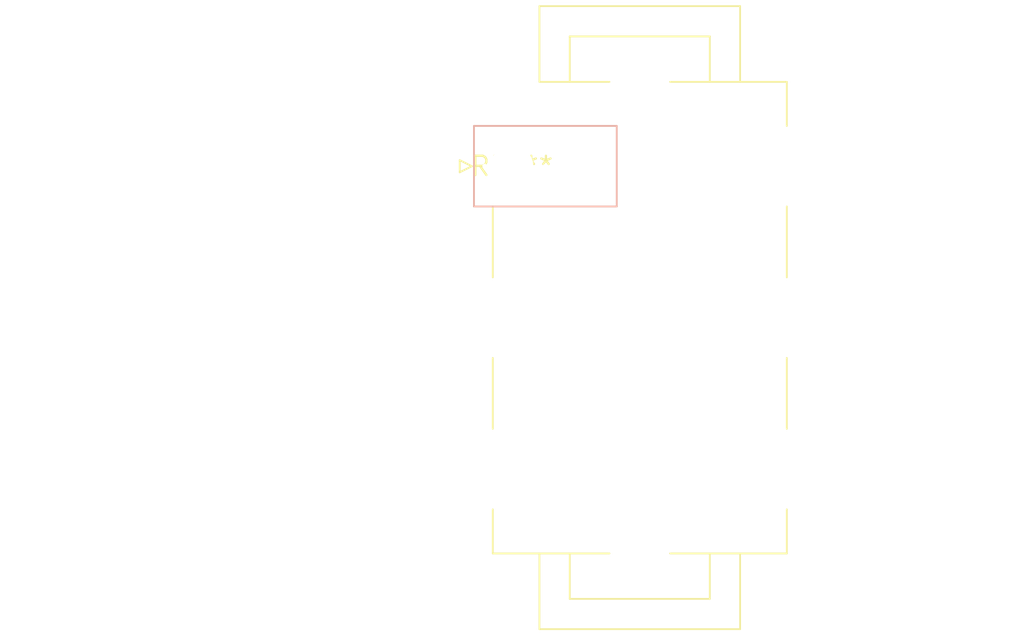
<source format=kicad_pcb>
(kicad_pcb (version 20240108) (generator pcbnew)
  (layers (0 "F.Cu" signal) (31 "B.Cu" signal) (34 "B.Paste" user) (35 "F.Paste" user) (36 "B.SilkS" user "B.Silkscreen") (37 "F.SilkS" user "F.Silkscreen") (38 "B.Mask" user) (39 "F.Mask" user) (44 "Edge.Cuts" user))
  (net 0 "")
  (footprint "Molex_Mini-Fit_Sr_43915-xx06_2x03_P10.00mm_Vertical_ThermalVias" (layer "F.Cu") (at 0 0)
    (property "Reference" "REF**")
    (property "Value" "Molex_Mini-Fit_Sr_43915-xx06_2x03_P10.00mm_Vertical_ThermalVias")
    (fp_line (start -2.51 -2.66) (end -2.51 2.66) (layer "B.SilkS") (stroke (width 0.12)))
    (fp_line (start -2.51 2.66) (end 6.91 2.66) (layer "B.SilkS") (stroke (width 0.12)))
    (fp_line (start 6.91 -2.66) (end -2.51 -2.66) (layer "B.SilkS") (stroke (width 0.12)))
    (fp_line (start 6.91 2.66) (end 6.91 -2.66) (layer "B.SilkS") (stroke (width 0.12)))
    (fp_line (start -3.45 -0.4) (end -3.45 0.4) (layer "F.SilkS") (stroke (width 0.12)))
    (fp_line (start -3.45 0.4) (end -2.65 0) (layer "F.SilkS") (stroke (width 0.12)))
    (fp_line (start -2.65 0) (end -3.45 -0.4) (layer "F.SilkS") (stroke (width 0.12)))
    (fp_line (start -1.27 2.66) (end -1.27 7.34) (layer "F.SilkS") (stroke (width 0.12)))
    (fp_line (start -1.27 12.66) (end -1.27 17.34) (layer "F.SilkS") (stroke (width 0.12)))
    (fp_line (start -1.27 22.66) (end -1.27 25.57) (layer "F.SilkS") (stroke (width 0.12)))
    (fp_line (start -1.27 25.57) (end 6.43 25.57) (layer "F.SilkS") (stroke (width 0.12)))
    (fp_line (start 1.81 -10.57) (end 15.05 -10.57) (layer "F.SilkS") (stroke (width 0.12)))
    (fp_line (start 1.81 -5.57) (end 1.81 -10.57) (layer "F.SilkS") (stroke (width 0.12)))
    (fp_line (start 1.81 25.57) (end 1.81 30.57) (layer "F.SilkS") (stroke (width 0.12)))
    (fp_line (start 1.81 30.57) (end 15.05 30.57) (layer "F.SilkS") (stroke (width 0.12)))
    (fp_line (start 3.81 -8.57) (end 13.05 -8.57) (layer "F.SilkS") (stroke (width 0.12)))
    (fp_line (start 3.81 -5.57) (end 3.81 -8.57) (layer "F.SilkS") (stroke (width 0.12)))
    (fp_line (start 3.81 25.57) (end 3.81 28.57) (layer "F.SilkS") (stroke (width 0.12)))
    (fp_line (start 3.81 28.57) (end 13.05 28.57) (layer "F.SilkS") (stroke (width 0.12)))
    (fp_line (start 6.43 -5.57) (end 1.81 -5.57) (layer "F.SilkS") (stroke (width 0.12)))
    (fp_line (start 13.05 -8.57) (end 13.05 -5.57) (layer "F.SilkS") (stroke (width 0.12)))
    (fp_line (start 13.05 28.57) (end 13.05 25.57) (layer "F.SilkS") (stroke (width 0.12)))
    (fp_line (start 15.05 -10.57) (end 15.05 -5.57) (layer "F.SilkS") (stroke (width 0.12)))
    (fp_line (start 15.05 30.57) (end 15.05 25.57) (layer "F.SilkS") (stroke (width 0.12)))
    (fp_line (start 18.13 -5.57) (end 10.43 -5.57) (layer "F.SilkS") (stroke (width 0.12)))
    (fp_line (start 18.13 -2.66) (end 18.13 -5.57) (layer "F.SilkS") (stroke (width 0.12)))
    (fp_line (start 18.13 2.66) (end 18.13 7.34) (layer "F.SilkS") (stroke (width 0.12)))
    (fp_line (start 18.13 12.66) (end 18.13 17.34) (layer "F.SilkS") (stroke (width 0.12)))
    (fp_line (start 18.13 22.66) (end 18.13 25.57) (layer "F.SilkS") (stroke (width 0.12)))
    (fp_line (start 18.13 25.57) (end 10.43 25.57) (layer "F.SilkS") (stroke (width 0.12)))
    (pad "" thru_hole circle (at 8.43 -5.705) (size 3.5 3.5) (drill 3) (layers *.Cu *.Mask) (remove_unused_layers))
    (pad "" np_thru_hole circle (at 8.43 5) (size 3 3) (drill 3) (layers *.Cu *.Mask))
    (pad "" thru_hole circle (at 8.43 25.705) (size 3.5 3.5) (drill 3) (layers *.Cu *.Mask) (remove_unused_layers))
    (pad "1" thru_hole roundrect (at -1.8 -1.95) (size 0.6 0.6) (drill 0.3) (layers *.Cu *.Mask) (remove_unused_layers))
    (pad "1" thru_hole roundrect (at -1.8 0) (size 0.6 0.6) (drill 0.3) (layers *.Cu *.Mask) (remove_unused_layers))
    (pad "1" thru_hole roundrect (at -1.8 1.95) (size 0.6 0.6) (drill 0.3) (layers *.Cu *.Mask) (remove_unused_layers))
    (pad "1" thru_hole rect (at 0 0) (size 4.5 4.8) (drill 2.8) (layers *.Cu *.Mask) (remove_unused_layers))
    (pad "1" thru_hole roundrect (at 0.2 -1.95) (size 0.6 0.6) (drill 0.3) (layers *.Cu *.Mask) (remove_unused_layers))
    (pad "1" thru_hole roundrect (at 0.2 1.95) (size 0.6 0.6) (drill 0.3) (layers *.Cu *.Mask) (remove_unused_layers))
    (pad "1" thru_hole roundrect (at 2.2 -1.95) (size 0.6 0.6) (drill 0.3) (layers *.Cu *.Mask) (remove_unused_layers))
    (pad "1" thru_hole roundrect (at 2.2 0) (size 0.6 0.6) (drill 0.3) (layers *.Cu *.Mask) (remove_unused_layers))
    (pad "1" thru_hole roundrect (at 2.2 1.95) (size 0.6 0.6) (drill 0.3) (layers *.Cu *.Mask) (remove_unused_layers))
    (pad "1" thru_hole roundrect (at 4.2 -1.95) (size 0.6 0.6) (drill 0.3) (layers *.Cu *.Mask) (remove_unused_layers))
    (pad "1" thru_hole roundrect (at 4.2 1.95) (size 0.6 0.6) (drill 0.3) (layers *.Cu *.Mask) (remove_unused_layers))
    (pad "1" thru_hole rect (at 4.4 0) (size 4.5 4.8) (drill 2.8) (layers *.Cu *.Mask) (remove_unused_layers))
    (pad "1" thru_hole roundrect (at 6.2 -1.95) (size 0.6 0.6) (drill 0.3) (layers *.Cu *.Mask) (remove_unused_layers))
    (pad "1" thru_hole roundrect (at 6.2 0) (size 0.6 0.6) (drill 0.3) (layers *.Cu *.Mask) (remove_unused_layers))
    (pad "1" thru_hole roundrect (at 6.2 1.95) (size 0.6 0.6) (drill 0.3) (layers *.Cu *.Mask) (remove_unused_layers))
    (pad "2" thru_hole circle (at -1.8 8.05) (size 0.6 0.6) (drill 0.3) (layers *.Cu *.Mask) (remove_unused_layers))
    (pad "2" thru_hole circle (at -1.8 10) (size 0.6 0.6) (drill 0.3) (layers *.Cu *.Mask) (remove_unused_layers))
    (pad "2" thru_hole circle (at -1.8 11.95) (size 0.6 0.6) (drill 0.3) (layers *.Cu *.Mask) (remove_unused_layers))
    (pad "2" thru_hole rect (at 0 10) (size 4.5 4.8) (drill 2.8) (layers *.Cu *.Mask) (remove_unused_layers))
    (pad "2" thru_hole circle (at 0.2 8.05) (size 0.6 0.6) (drill 0.3) (layers *.Cu *.Mask) (remove_unused_layers))
    (pad "2" thru_hole circle (at 0.2 11.95) (size 0.6 0.6) (drill 0.3) (layers *.Cu *.Mask) (remove_unused_layers))
    (pad "2" thru_hole circle (at 2.2 8.05) (size 0.6 0.6) (drill 0.3) (layers *.Cu *.Mask) (remove_unused_layers))
    (pad "2" thru_hole circle (at 2.2 10) (size 0.6 0.6) (drill 0.3) (layers *.Cu *.Mask) (remove_unused_layers))
    (pad "2" thru_hole circle (at 2.2 11.95) (size 0.6 0.6) (drill 0.3) (layers *.Cu *.Mask) (remove_unused_layers))
    (pad "2" thru_hole circle (at 4.2 8.05) (size 0.6 0.6) (drill 0.3) (layers *.Cu *.Mask) (remove_unused_layers))
    (pad "2" thru_hole circle (at 4.2 11.95) (size 0.6 0.6) (drill 0.3) (layers *.Cu *.Mask) (remove_unused_layers))
    (pad "2" thru_hole rect (at 4.4 10) (size 4.5 4.8) (drill 2.8) (layers *.Cu *.Mask) (remove_unused_layers))
    (pad "2" thru_hole circle (at 6.2 8.05) (size 0.6 0.6) (drill 0.3) (layers *.Cu *.Mask) (remove_unused_layers))
    (pad "2" thru_hole circle (at 6.2 10) (size 0.6 0.6) (drill 0.3) (layers *.Cu *.Mask) (remove_unused_layers))
    (pad "2" thru_hole circle (at 6.2 11.95) (size 0.6 0.6) (drill 0.3) (layers *.Cu *.Mask) (remove_unused_layers))
    (pad "3" thru_hole circle (at -1.8 18.05) (size 0.6 0.6) (drill 0.3) (layers *.Cu *.Mask) (remove_unused_layers))
    (pad "3" thru_hole circle (at -1.8 20) (size 0.6 0.6) (drill 0.3) (layers *.Cu *.Mask) (remove_unused_layers))
    (pad "3" thru_hole circle (at -1.8 21.95) (size 0.6 0.6) (drill 0.3) (layers *.Cu *.Mask) (remove_unused_layers))
    (pad "3" thru_hole rect (at 0 20) (size 4.5 4.8) (drill 2.8) (layers *.Cu *.Mask) (remove_unused_layers))
    (pad "3" thru_hole circle (at 0.2 18.05) (size 0.6 0.6) (drill 0.3) (layers *.Cu *.Mask) (remove_unused_layers))
    (pad "3" thru_hole circle (at 0.2 21.95) (size 0.6 0.6) (drill 0.3) (layers *.Cu *.Mask) (remove_unused_layers))
    (pad "3" thru_hole circle (at 2.2 18.05) (size 0.6 0.6) (drill 0.3) (layers *.Cu *.Mask) (remove_unused_layers))
    (pad "3" thru_hole circle (at 2.2 20) (size 0.6 0.6) (drill 0.3) (layers *.Cu *.Mask) (remove_unused_layers))
    (pad "3" thru_hole circle (at 2.2 21.95) (size 0.6 0.6) (drill 0.3) (layers *.Cu *.Mask) (remove_unused_layers))
    (pad "3" thru_hole circle (at 4.2 18.05) (size 0.6 0.6) (drill 0.3) (layers *.Cu *.Mask) (remove_unused_layers))
    (pad "3" thru_hole circle (at 4.2 21.95) (size 0.6 0.6) (drill 0.3) (layers *.Cu *.Mask) (remove_unused_layers))
    (pad "3" thru_hole rect (at 4.4 20) (size 4.5 4.8) (drill 2.8) (layers *.Cu *.Mask) (remove_unused_layers))
    (pad "3" thru_hole circle (at 6.2 18.05) (size 0.6 0.6) (drill 0.3) (layers *.Cu *.Mask) (remove_unused_layers))
    (pad "3" thru_hole circle (at 6.2 20) (size 0.6 0.6) (drill 0.3) (layers *.Cu *.Mask) (remove_unused_layers))
    (pad "3" thru_hole circle (at 6.2 21.95) (size 0.6 0.6) (drill 0.3) (layers *.Cu *.Mask) (remove_unused_layers))
    (pad "4" thru_hole circle (at 10.66 -1.95) (size 0.6 0.6) (drill 0.3) (layers *.Cu *.Mask) (remove_unused_layers))
    (pad "4" thru_hole circle (at 10.66 0) (size 0.6 0.6) (drill 0.3) (layers *.Cu *.Mask) (remove_unused_layers))
    (pad "4" thru_hole circle (at 10.66 1.95) (size 0.6 0.6) (drill 0.3) (layers *.Cu *.Mask) (remove_unused_layers))
    (pad "4" thru_hole rect (at 12.46 0) (size 4.5 4.8) (drill 2.8) (layers *.Cu *.Mask) (remove_unused_layers))
    (pad "4" thru_hole circle (at 12.66 -1.95) (size 0.6 0.6) (drill 0.3) (layers *.Cu *.Mask) (remove_unused_layers))
    (pad "4" thru_hole circle (at 12.66 1.95) (size 0.6 0.6) (drill 0.3) (layers *.Cu *.Mask) (remove_unused_layers))
    (pad "4" thru_hole circle (at 14.66 -1.95) (size 0.6 0.6) (drill 0.3) (layers *.Cu *.Mask) (remove_unused_layers))
    (pad "4" thru_hole circle (at 14.66 0) (size 0.6 0.6) (drill 0.3) (layers *.Cu *.Mask) (remove_unused_layers))
    (pad "4" thru_hole circle (at 14.66 1.95) (size 0.6 0.6) (drill 0.3) (layers *.Cu *.Mask) (remove_unused_layers))
    (pad "4" thru_hole circle (at 16.66 -1.95) (size 0.6 0.6) (drill 0.3) (layers *.Cu *.Mask) (remove_unused_layers))
    (pad "4" thru_hole circle (at 16.66 1.95) (size 0.6 0.6) (drill 0.3) (layers *.Cu *.Mask) (remove_unused_layers))
    (pad "4" thru_hole rect (at 16.86 0) (size 4.5 4.8) (drill 2.8) (layers *.Cu *.Mask) (remove_unused_layers))
    (pad "4" thru_hole circle (at 18.66 -1.95) (size 0.6 0.6) (drill 0.3) (layers *.Cu *.Mask) (remove_unused_layers))
    (pad "4" thru_hole circle (at 18.66 0) (size 0.6 0.6) (drill 0.3) (layers *.Cu *.Mask) (remove_unused_layers))
    (pad "4" thru_hole circle (at 18.66 1.95) (size 0.6 0.6) (drill 0.3) (layers *.Cu *.Mask) (remove_unused_layers))
    (pad "5" thru_hole circle (at 10.66 8.05) (size 0.6 0.6) (drill 0.3) (layers *.Cu *.Mask) (remove_unused_layers))
    (pad "5" thru_hole circle (at 10.66 10) (size 0.6 0.6) (drill 0.3) (layers *.Cu *.Mask) (remove_unused_layers))
    (pad "5" thru_hole circle (at 10.66 11.95) (size 0.6 0.6) (drill 0.3) (layers *.Cu *.Mask) (remove_unused_layers))
    (pad "5" thru_hole rect (at 12.46 10) (size 4.5 4.8) (drill 2.8) (layers *.Cu *.Mask) (remove_unused_layers))
    (pad "5" thru_hole circle (at 12.66 8.05) (size 0.6 0.6) (drill 0.3) (layers *.Cu *.Mask) (remove_unused_layers))
    (pad "5" thru_hole circle (at 12.66 11.95) (size 0.6 0.6) (drill 0.3) (layers *.Cu *.Mask) (remove_unused_layers))
    (pad "5" thru_hole circle (at 14.66 8.05) (size 0.6 0.6) (drill 0.3) (layers *.Cu *.Mask) (remove_unused_layers))
    (pad "5" thru_hole circle (at 14.66 10) (size 0.6 0.6) (drill 0.3) (layers *.Cu *.Mask) (remove_unused_layers))
    (pad "5" thru_hole circle (at 14.66 11.95) (size 0.6 0.6) (drill 0.3) (layers *.Cu *.Mask) (remove_unused_layers))
    (pad "5" thru_hole circle (at 16.66 8.05) (size 0.6 0.6) (drill 0.3) (layers *.Cu *.Mask) (remove_unused_layers))
    (pad "5" thru_hole circle (at 16.66 11.95) (size 0.6 0.6) (drill 0.3) (layers *.Cu *.Mask) (remove_unused_layers))
    (pad "5" thru_hole rect (at 16.86 10) (size 4.5 4.8) (drill 2.8) (layers *.Cu *.Mask) (remove_unused_layers))
    (pad "5" thru_hole circle (at 18.66 8.05) (size 0.6 0.6) (drill 0.3) (layers *.Cu *.Mask) (remove_unused_layers))
    (pad "5" thru_hole circle (at 18.66 10) (size 0.6 0.6) (drill 0.3) (layers *.Cu *.Mask) (remove_unused_layers))
    (pad "5" thru_hole circle (at 18.66 11.95) (size 0.6 0.6) (drill 0.3) (layers *.Cu *.Mask) (remove_unused_layers))
    (pad "6" thru_hole circle (at 10.66 18.05) (size 0.6 0.6) (drill 0.3) (layers *.Cu *.Mask) (remove_unused_layers))
    (pad "6" thru_hole circle (at 10.66 20) (size 0.6 0.6) (drill 0.3) (layers *.Cu *.Mask) (remove_unused_layers))
    (pad "6" thru_hole circle (at 10.66 21.95) (size 0.6 0.6) (drill 0.3) (layers *.Cu *.Mask) (remove_unused_layers))
    (pad "6" thru_hole rect (at 12.46 20) (size 4.5 4.8) (drill 2.8) (layers *.Cu *.Mask) (remove_unused_layers))
    (pad "6" thru_hole circle (at 12.66 18.05) (size 0.6 0.6) (drill 0.3) (layers *.Cu *.Mask) (remove_unused_layers))
    (pad "6" thru_hole circle (at 12.66 21.95) (size 0.6 0.6) (drill 0.3) (layers *.Cu *.Mask) (remove_unused_layers))
    (pad "6" thru_hole circle (at 14.66 18.05) (size 0.6 0.6) (drill 0.3) (layers *.Cu *.Mask) (remove_unused_layers))
    (pad "6" thru_hole circle (at 14.66 20) (size 0.6 0.6) (drill 0.3) (layers *.Cu *.Mask) (remove_unused_layers))
    (pad "6" thru_hole circle (at 14.66 21.95) (size 0.6 0.6) (drill 0.3) (layers *.Cu *.Mask) (remove_unused_layers))
    (pad "6" thru_hole circle (at 16.66 18.05) (size 0.6 0.6) (drill 0.3) (layers *.Cu *.Mask) (remove_unused_layers))
    (pad "6" thru_hole circle (at 16.66 21.95) (size 0.6 0.6) (drill 0.3) (layers *.Cu *.Mask) (remove_unused_layers))
    (pad "6" thru_hole rect (at 16.86 20) (size 4.5 4.8) (drill 2.8) (layers *.Cu *.Mask) (remove_unused_layers))
    (pad "6" thru_hole circle (at 18.66 18.05) (size 0.6 0.6) (drill 0.3) (layers *.Cu *.Mask) (remove_unused_layers))
    (pad "6" thru_hole circle (at 18.66 20) (size 0.6 0.6) (drill 0.3) (layers *.Cu *.Mask) (remove_unused_layers))
    (pad "6" thru_hole circle (at 18.66 21.95) (size 0.6 0.6) (drill 0.3) (layers *.Cu *.Mask) (remove_unused_layers))
  )
)
</source>
